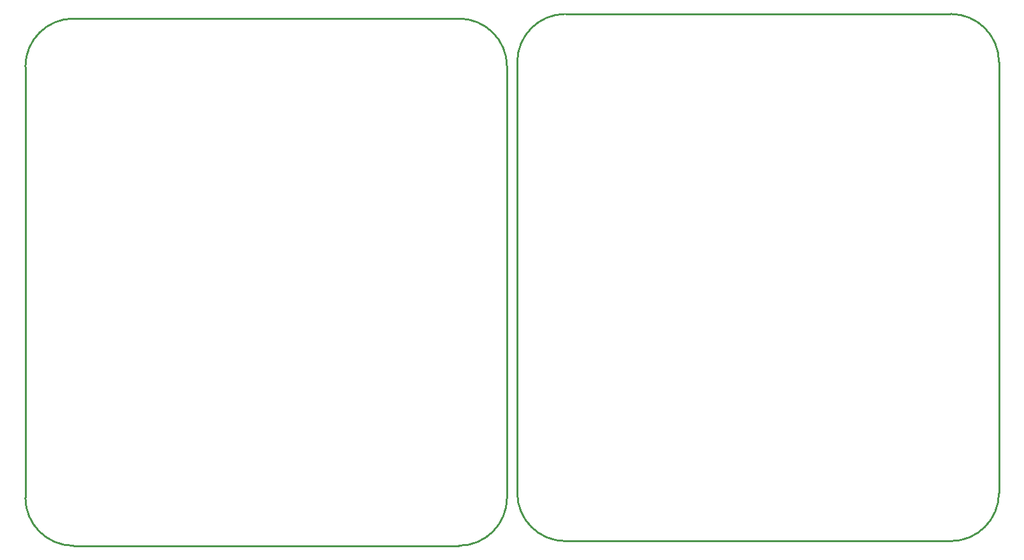
<source format=gko>
G04 Layer: BoardOutlineLayer*
G04 EasyEDA v6.5.22, 2022-12-30 10:19:24*
G04 cc661ac33e424cae800a4ac99e05d963,5dd06754fdd742daa6fe38bf62b7df6b,10*
G04 Gerber Generator version 0.2*
G04 Scale: 100 percent, Rotated: No, Reflected: No *
G04 Dimensions in millimeters *
G04 leading zeros omitted , absolute positions ,4 integer and 5 decimal *
%FSLAX45Y45*%
%MOMM*%

%ADD10C,0.2540*%
D10*
X6600200Y655309D02*
G01*
X6600200Y6375402D01*
X12349492Y16515D02*
G01*
X7238994Y16515D01*
X12988287Y6375402D02*
G01*
X12988287Y655309D01*
X7238994Y7014202D02*
G01*
X12349492Y7014202D01*
X76200Y594344D02*
G01*
X76200Y6314437D01*
X5825492Y-44450D02*
G01*
X714994Y-44450D01*
X6464287Y6314437D02*
G01*
X6464287Y594344D01*
X714994Y6953237D02*
G01*
X5825492Y6953237D01*
G75*
G01*
X5825487Y6953235D02*
G02*
X6464287Y6314435I0J-638800D01*
G75*
G01*
X714997Y-44450D02*
G02*
X76200Y594347I3J638800D01*
G75*
G01*
X76200Y6314435D02*
G02*
X714997Y6953235I638800J0D01*
G75*
G01*
X6464287Y594347D02*
G02*
X5825487Y-44450I-638800J3D01*
G75*
G01*
X12988287Y655312D02*
G02*
X12349488Y16515I-638799J3D01*
G75*
G01*
X6600200Y6375400D02*
G02*
X7238997Y7014200I638800J0D01*
G75*
G01*
X7238997Y16515D02*
G02*
X6600200Y655312I3J638800D01*
G75*
G01*
X12349488Y7014200D02*
G02*
X12988287Y6375400I0J-638800D01*

%LPD*%
M02*

</source>
